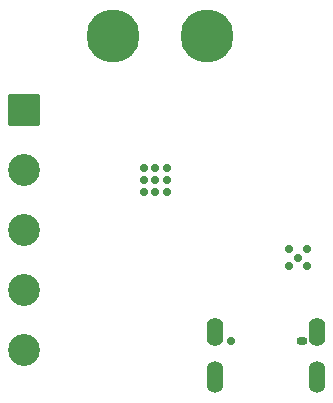
<source format=gbr>
%TF.GenerationSoftware,KiCad,Pcbnew,(6.0.0-0)*%
%TF.CreationDate,2022-12-06T19:34:54+01:00*%
%TF.ProjectId,esp32-led,65737033-322d-46c6-9564-2e6b69636164,rev?*%
%TF.SameCoordinates,Original*%
%TF.FileFunction,Soldermask,Bot*%
%TF.FilePolarity,Negative*%
%FSLAX46Y46*%
G04 Gerber Fmt 4.6, Leading zero omitted, Abs format (unit mm)*
G04 Created by KiCad (PCBNEW (6.0.0-0)) date 2022-12-06 19:34:54*
%MOMM*%
%LPD*%
G01*
G04 APERTURE LIST*
G04 Aperture macros list*
%AMRoundRect*
0 Rectangle with rounded corners*
0 $1 Rounding radius*
0 $2 $3 $4 $5 $6 $7 $8 $9 X,Y pos of 4 corners*
0 Add a 4 corners polygon primitive as box body*
4,1,4,$2,$3,$4,$5,$6,$7,$8,$9,$2,$3,0*
0 Add four circle primitives for the rounded corners*
1,1,$1+$1,$2,$3*
1,1,$1+$1,$4,$5*
1,1,$1+$1,$6,$7*
1,1,$1+$1,$8,$9*
0 Add four rect primitives between the rounded corners*
20,1,$1+$1,$2,$3,$4,$5,0*
20,1,$1+$1,$4,$5,$6,$7,0*
20,1,$1+$1,$6,$7,$8,$9,0*
20,1,$1+$1,$8,$9,$2,$3,0*%
G04 Aperture macros list end*
%ADD10RoundRect,0.050000X-1.300000X1.300000X-1.300000X-1.300000X1.300000X-1.300000X1.300000X1.300000X0*%
%ADD11C,2.700000*%
%ADD12C,0.700000*%
%ADD13C,4.500000*%
%ADD14O,0.950000X0.700000*%
%ADD15O,1.400000X2.400000*%
%ADD16O,1.400000X2.700000*%
G04 APERTURE END LIST*
D10*
%TO.C,J2*%
X10795000Y25360000D03*
D11*
X10795000Y20280000D03*
X10795000Y15200000D03*
X10795000Y10120000D03*
X10795000Y5040000D03*
%TD*%
D12*
%TO.C,U1*%
X34730000Y13650000D03*
X33980000Y12900000D03*
X33230000Y13650000D03*
X33230000Y12150000D03*
X34730000Y12150000D03*
%TD*%
D13*
%TO.C,H1*%
X18300000Y31700000D03*
%TD*%
D12*
%TO.C,J1*%
X28300000Y5850000D03*
D14*
X34300000Y5850000D03*
D15*
X35620000Y6575000D03*
D16*
X35620000Y2750000D03*
X26980000Y2750000D03*
D15*
X26980000Y6575000D03*
%TD*%
D12*
%TO.C,IC1*%
X21925000Y18450000D03*
X20925000Y20450000D03*
X21925000Y19450000D03*
X22925000Y19450000D03*
X21925000Y20450000D03*
X22925000Y20450000D03*
X20925000Y19450000D03*
X20925000Y18450000D03*
X22925000Y18450000D03*
%TD*%
D13*
%TO.C,H2*%
X26300000Y31700000D03*
%TD*%
M02*

</source>
